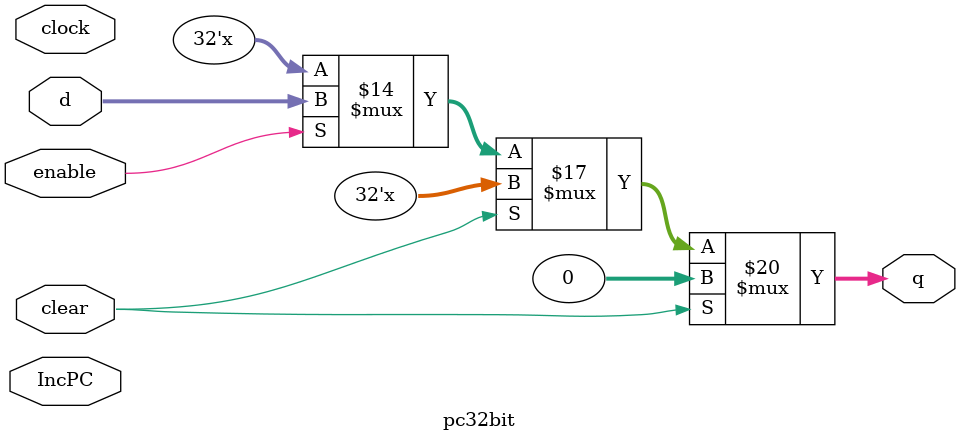
<source format=v>
module pc32bit #(parameter qInitial = 32'b0)(
	input wire clock, 
	input wire clear,
	input wire IncPC,
	input wire enable,
	input wire [31:0] d,
	output reg [31:0] q
);
		
	
	initial q = qInitial;
	always@(clock) 
	begin
		if (clear) begin
			q[31:0] = 32'b0;
		end
		else if (enable) begin
			q[31:0] = d[31:0];
		end
		else if (IncPC) begin
			q[31:0] = q[31:0] + 1'b1;
		end 

	end
endmodule
</source>
